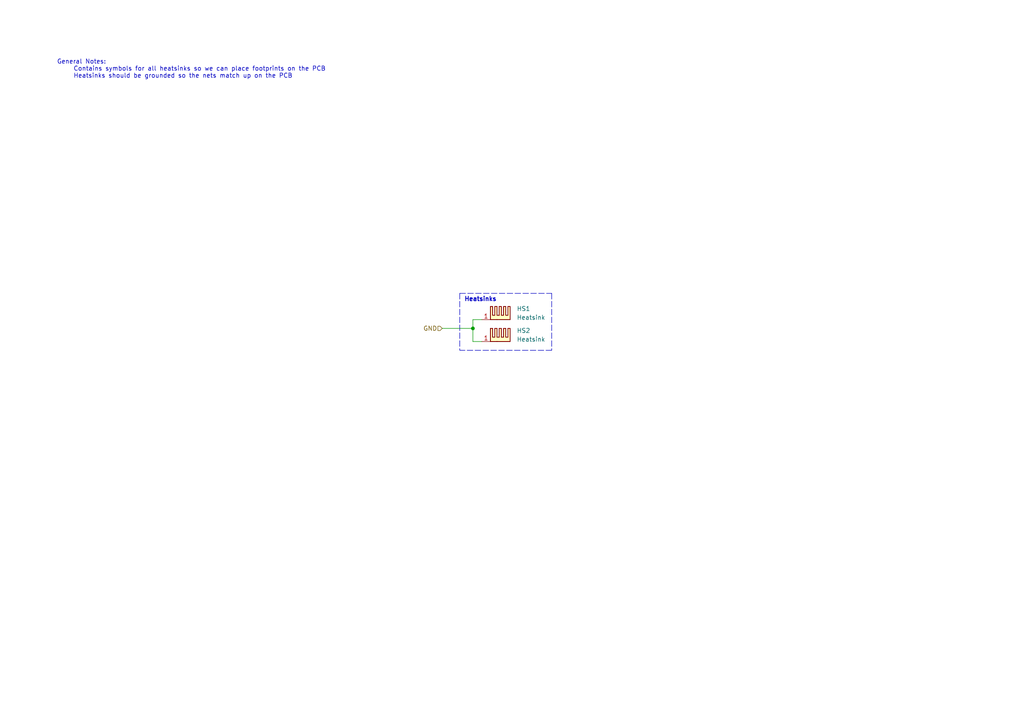
<source format=kicad_sch>
(kicad_sch (version 20211123) (generator eeschema)
  (paper "A4")
  (title_block (title "Heatsink Subsystem") (rev "1") (company "The Great Gambit"))
  (lib_symbols
    (symbol "ATS-52150P-C1-R0:ATS-52150P-C1-R0"
      (property "Reference" "HS" (at 0 0 0))
      (property "Value" "ATS-52150P-C1-R0" (at 0 -1.27 0))
      (symbol "ATS-52150P-C1-R0_0_1"
        (polyline (pts (xy 0 2.54) (xy -0.635 2.54) (xy -0.635 5.08) (xy -1.27 5.08) (xy -1.27 2.54) (xy -1.905 2.54) (xy -1.905 5.08) (xy -2.54 5.08) (xy -2.54 1.27) (xy -0.635 1.27)) (stroke (width 0.254)) (fill (type background)))
        (polyline (pts (xy 0 2.54) (xy 0 5.08) (xy 0.635 5.08) (xy 0.635 2.54) (xy 1.27 2.54) (xy 1.27 5.08) (xy 1.905 5.08) (xy 1.905 2.54) (xy 2.54 2.54) (xy 2.54 5.08) (xy 3.175 5.08) (xy 3.175 1.27) (xy -0.635 1.27)) (stroke (width 0.254)) (fill (type background)))
      )
      (symbol "ATS-52150P-C1-R0_1_1"
        (pin passive line (at -5.08 1.27 0) (length 2.54) (name "") (number "1"))
      )
    )
  )
  (junction (at 137.16 95.25))
  (polyline (pts (xy 160.02 101.6) (xy 133.35 101.6)))
  (polyline (pts (xy 133.35 85.09) (xy 160.02 85.09)))
  (polyline (pts (xy 160.02 85.09) (xy 160.02 101.6)))
  (wire (pts (xy 137.16 99.06) (xy 137.16 95.25)))
  (wire (pts (xy 139.7 92.71) (xy 137.16 92.71)))
  (wire (pts (xy 139.7 99.06) (xy 137.16 99.06)))
  (wire (pts (xy 137.16 92.71) (xy 137.16 95.25)))
  (wire (pts (xy 128.27 95.25) (xy 137.16 95.25)))
  (polyline (pts (xy 133.35 85.09) (xy 133.35 101.6)))
  (text "General Notes:\n	Contains symbols for all heatsinks so we can place footprints on the PCB\n	Heatsinks should be grounded so the nets match up on the PCB" (at 16.51 22.86 0) (effects (font (size 1.27 1.27)) (justify left bottom)))
  (text "Heatsinks" (at 134.62 87.63 0) (effects (font (size 1.27 1.27) (thickness 0.254) bold) (justify left bottom)))
  (hierarchical_label "GND" (shape input) (at 128.27 95.25 180))
  (symbol (lib_id "ATS-52150P-C1-R0:ATS-52150P-C1-R0") (at 144.78 93.98 0) (unit 1)
    (property "Reference" "HS1" (at 149.86 89.5349 0) (effects (justify left)))
    (property "Value" "Heatsink" (at 149.86 92.0749 0) (effects (justify left)))
    (property "Footprint" "ATS-52150P-C1-R0:ATS-52150P-C1-R0" (effects hide))
    (property "Datasheet" "https://www.qats.com/DataSheet/ATS-52150P-C1-R0" (effects hide))
    (property "Digikey Part Number" "ATS1130-ND" (effects hide))
    (property "Mouser Part Number" "984-ATS-52150P-C1-R0" (effects hide))
    (property "Digikey Link" "https://www.digikey.nl/en/products/detail/advanced-thermal-solutions-inc/ATS-52150P-C1-R0/1284844" (effects hide))
    (property "Mouser Link" "https://www.mouser.com/ProductDetail/Advanced-Thermal-Solutions/ATS-52150P-C1-R0?qs=yilk9hCsG0V0kt5YPgmTCQ%3D%3D" (effects hide))
    (property "Manufacturer's Part Number" "ATS-52150P-C1-R0" (effects hide))
  )
  (symbol (lib_id "ATS-52150P-C1-R0:ATS-52150P-C1-R0") (at 144.78 100.33 0) (unit 1)
    (property "Reference" "HS2" (at 149.86 95.8849 0) (effects (justify left)))
    (property "Value" "Heatsink" (at 149.86 98.4249 0) (effects (justify left)))
    (property "Footprint" "ATS-52150P-C1-R0:ATS-52150P-C1-R0" (effects hide))
    (property "Datasheet" "https://www.qats.com/DataSheet/ATS-52150P-C1-R0" (effects hide))
    (property "Digikey Part Number" "ATS1130-ND" (effects hide))
    (property "Mouser Part Number" "984-ATS-52150P-C1-R0" (effects hide))
    (property "Digikey Link" "https://www.digikey.nl/en/products/detail/advanced-thermal-solutions-inc/ATS-52150P-C1-R0/1284844" (effects hide))
    (property "Mouser Link" "https://www.mouser.com/ProductDetail/Advanced-Thermal-Solutions/ATS-52150P-C1-R0?qs=yilk9hCsG0V0kt5YPgmTCQ%3D%3D" (effects hide))
    (property "Manufacturer's Part Number" "ATS-52150P-C1-R0" (effects hide))
  )
)
</source>
